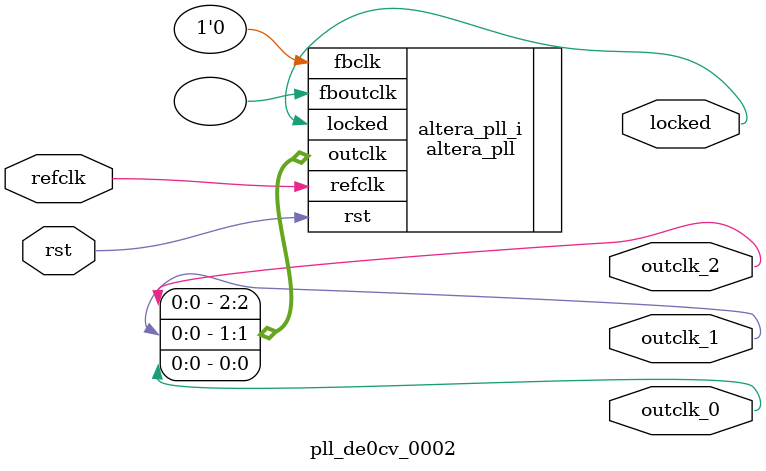
<source format=v>
`timescale 1ns/10ps
module  pll_de0cv_0002(

	// interface 'refclk'
	input wire refclk,

	// interface 'reset'
	input wire rst,

	// interface 'outclk0'
	output wire outclk_0,

	// interface 'outclk1'
	output wire outclk_1,

	// interface 'outclk2'
	output wire outclk_2,

	// interface 'locked'
	output wire locked
);

	altera_pll #(
		.fractional_vco_multiplier("true"),
		.reference_clock_frequency("50.0 MHz"),
		.operation_mode("direct"),
		.number_of_clocks(3),
		.output_clock_frequency0("21.477270 MHz"),
		.phase_shift0("0 ps"),
		.duty_cycle0(50),
		.output_clock_frequency1("85.909080 MHz"),
		.phase_shift1("0 ps"),
		.duty_cycle1(50),
		.output_clock_frequency2("85.909080 MHz"),
		.phase_shift2("0 ps"),
		.duty_cycle2(50),
		.output_clock_frequency3("0 MHz"),
		.phase_shift3("0 ps"),
		.duty_cycle3(50),
		.output_clock_frequency4("0 MHz"),
		.phase_shift4("0 ps"),
		.duty_cycle4(50),
		.output_clock_frequency5("0 MHz"),
		.phase_shift5("0 ps"),
		.duty_cycle5(50),
		.output_clock_frequency6("0 MHz"),
		.phase_shift6("0 ps"),
		.duty_cycle6(50),
		.output_clock_frequency7("0 MHz"),
		.phase_shift7("0 ps"),
		.duty_cycle7(50),
		.output_clock_frequency8("0 MHz"),
		.phase_shift8("0 ps"),
		.duty_cycle8(50),
		.output_clock_frequency9("0 MHz"),
		.phase_shift9("0 ps"),
		.duty_cycle9(50),
		.output_clock_frequency10("0 MHz"),
		.phase_shift10("0 ps"),
		.duty_cycle10(50),
		.output_clock_frequency11("0 MHz"),
		.phase_shift11("0 ps"),
		.duty_cycle11(50),
		.output_clock_frequency12("0 MHz"),
		.phase_shift12("0 ps"),
		.duty_cycle12(50),
		.output_clock_frequency13("0 MHz"),
		.phase_shift13("0 ps"),
		.duty_cycle13(50),
		.output_clock_frequency14("0 MHz"),
		.phase_shift14("0 ps"),
		.duty_cycle14(50),
		.output_clock_frequency15("0 MHz"),
		.phase_shift15("0 ps"),
		.duty_cycle15(50),
		.output_clock_frequency16("0 MHz"),
		.phase_shift16("0 ps"),
		.duty_cycle16(50),
		.output_clock_frequency17("0 MHz"),
		.phase_shift17("0 ps"),
		.duty_cycle17(50),
		.pll_type("General"),
		.pll_subtype("General")
	) altera_pll_i (
		.rst	(rst),
		.outclk	({outclk_2, outclk_1, outclk_0}),
		.locked	(locked),
		.fboutclk	( ),
		.fbclk	(1'b0),
		.refclk	(refclk)
	);
endmodule


</source>
